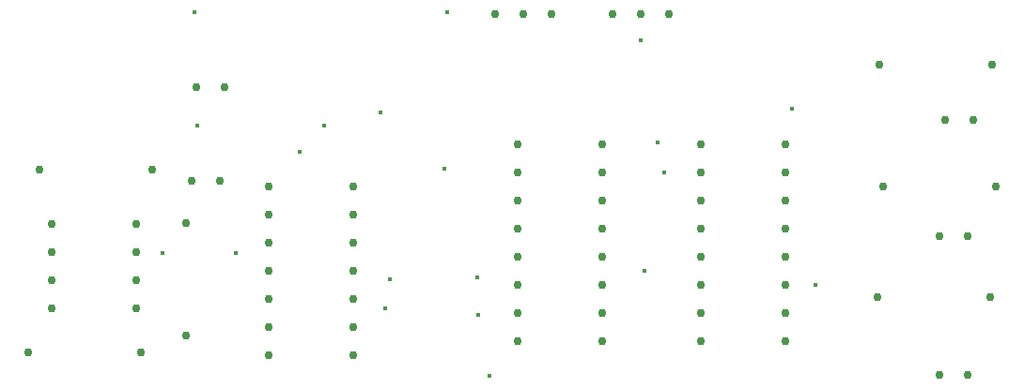
<source format=gbr>
G04 PROTEUS GERBER X2 FILE*
%TF.GenerationSoftware,Labcenter,Proteus,8.9-SP0-Build27865*%
%TF.CreationDate,2026-01-09T17:02:56+00:00*%
%TF.FileFunction,Plated,1,2,PTH*%
%TF.FilePolarity,Positive*%
%TF.Part,Single*%
%TF.SameCoordinates,{d5e26176-f0e9-456a-af72-f71da18a6cc2}*%
%FSLAX45Y45*%
%MOMM*%
G01*
%TA.AperFunction,ViaDrill*%
%ADD72C,0.381000*%
%TA.AperFunction,ComponentDrill*%
%ADD73C,0.762000*%
%TD.AperFunction*%
D72*
X-6209502Y+7511632D03*
X-5423660Y+7527283D03*
X-7024651Y+8663453D03*
X-5716627Y+8511357D03*
X-6294591Y+9018343D03*
X-5316108Y+6640579D03*
X-6800000Y+8900000D03*
X-7950000Y+8900000D03*
X-7600000Y+7750000D03*
X-8259470Y+7750000D03*
X-2375590Y+7456827D03*
X-3916827Y+7583573D03*
X-2583454Y+9053831D03*
X-3800000Y+8750000D03*
X-3945510Y+9668457D03*
X-3735564Y+8477617D03*
X-6250000Y+7250000D03*
X-5413863Y+7187491D03*
X-5696961Y+9920730D03*
X-7967937Y+9920730D03*
D73*
X-8500000Y+7250000D03*
X-8500000Y+7504000D03*
X-8500000Y+7758000D03*
X-8500000Y+8012000D03*
X-9262000Y+8012000D03*
X-9262000Y+7758000D03*
X-9262000Y+7504000D03*
X-9262000Y+7250000D03*
X-7954000Y+9250000D03*
X-7700000Y+9250000D03*
X-8050000Y+7000000D03*
X-8050000Y+8016000D03*
X-8350000Y+8500000D03*
X-9366000Y+8500000D03*
X-8450000Y+6850000D03*
X-9466000Y+6850000D03*
X-8000000Y+8400000D03*
X-7746000Y+8400000D03*
X-7300000Y+8350000D03*
X-7300000Y+8096000D03*
X-7300000Y+7842000D03*
X-7300000Y+7588000D03*
X-7300000Y+7334000D03*
X-7300000Y+7080000D03*
X-7300000Y+6826000D03*
X-6538000Y+6826000D03*
X-6538000Y+7080000D03*
X-6538000Y+7334000D03*
X-6538000Y+7588000D03*
X-6538000Y+7842000D03*
X-6538000Y+8096000D03*
X-6538000Y+8350000D03*
X-4300000Y+6950000D03*
X-4300000Y+7204000D03*
X-4300000Y+7458000D03*
X-4300000Y+7712000D03*
X-4300000Y+7966000D03*
X-4300000Y+8220000D03*
X-4300000Y+8474000D03*
X-4300000Y+8728000D03*
X-5062000Y+8728000D03*
X-5062000Y+8474000D03*
X-5062000Y+8220000D03*
X-5062000Y+7966000D03*
X-5062000Y+7712000D03*
X-5062000Y+7458000D03*
X-5062000Y+7204000D03*
X-5062000Y+6950000D03*
X-2650000Y+6950000D03*
X-2650000Y+7204000D03*
X-2650000Y+7458000D03*
X-2650000Y+7712000D03*
X-2650000Y+7966000D03*
X-2650000Y+8220000D03*
X-2650000Y+8474000D03*
X-2650000Y+8728000D03*
X-3412000Y+8728000D03*
X-3412000Y+8474000D03*
X-3412000Y+8220000D03*
X-3412000Y+7966000D03*
X-3412000Y+7712000D03*
X-3412000Y+7458000D03*
X-3412000Y+7204000D03*
X-3412000Y+6950000D03*
X-950000Y+8950000D03*
X-1204000Y+8950000D03*
X-1000000Y+7900000D03*
X-1254000Y+7900000D03*
X-1000000Y+6650000D03*
X-1254000Y+6650000D03*
X-784000Y+9450000D03*
X-1800000Y+9450000D03*
X-750000Y+8350000D03*
X-1766000Y+8350000D03*
X-800000Y+7350000D03*
X-1816000Y+7350000D03*
X-3692000Y+9909549D03*
X-3946000Y+9909549D03*
X-4200000Y+9909549D03*
X-4750000Y+9909549D03*
X-5004000Y+9909549D03*
X-5258000Y+9909549D03*
M02*

</source>
